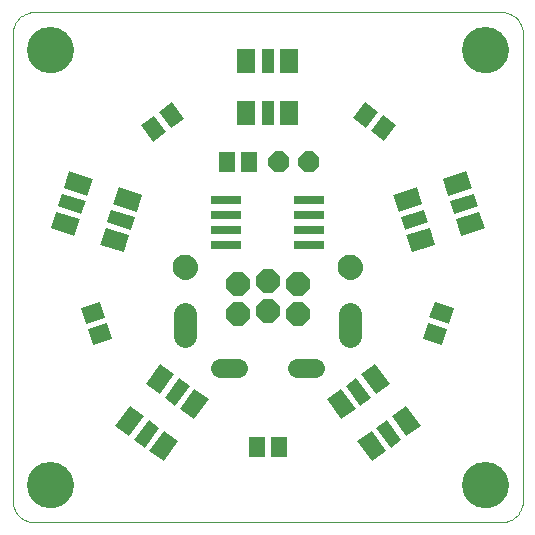
<source format=gts>
G75*
G70*
%OFA0B0*%
%FSLAX24Y24*%
%IPPOS*%
%LPD*%
%AMOC8*
5,1,8,0,0,1.08239X$1,22.5*
%
%ADD10C,0.0000*%
%ADD11C,0.0827*%
%ADD12C,0.1535*%
%ADD13R,0.0552X0.0670*%
%ADD14C,0.0780*%
%ADD15OC8,0.0700*%
%ADD16R,0.1040X0.0280*%
%ADD17OC8,0.0780*%
%ADD18C,0.0640*%
%ADD19R,0.0591X0.0827*%
%ADD20R,0.0434X0.0827*%
%ADD21R,0.0827X0.0591*%
%ADD22R,0.0827X0.0434*%
D10*
X000150Y000857D02*
X000150Y016443D01*
X000152Y016493D01*
X000157Y016544D01*
X000166Y016593D01*
X000179Y016642D01*
X000195Y016690D01*
X000214Y016737D01*
X000236Y016782D01*
X000262Y016825D01*
X000291Y016867D01*
X000323Y016906D01*
X000357Y016943D01*
X000394Y016977D01*
X000433Y017009D01*
X000475Y017038D01*
X000518Y017064D01*
X000563Y017086D01*
X000610Y017105D01*
X000658Y017121D01*
X000707Y017134D01*
X000756Y017143D01*
X000807Y017148D01*
X000857Y017150D01*
X016443Y017150D01*
X016493Y017148D01*
X016544Y017143D01*
X016593Y017134D01*
X016642Y017121D01*
X016690Y017105D01*
X016737Y017086D01*
X016782Y017064D01*
X016825Y017038D01*
X016867Y017009D01*
X016906Y016977D01*
X016943Y016943D01*
X016977Y016906D01*
X017009Y016867D01*
X017038Y016825D01*
X017064Y016782D01*
X017086Y016737D01*
X017105Y016690D01*
X017121Y016642D01*
X017134Y016593D01*
X017143Y016544D01*
X017148Y016493D01*
X017150Y016443D01*
X017150Y000857D01*
X017148Y000807D01*
X017143Y000756D01*
X017134Y000707D01*
X017121Y000658D01*
X017105Y000610D01*
X017086Y000563D01*
X017064Y000518D01*
X017038Y000475D01*
X017009Y000433D01*
X016977Y000394D01*
X016943Y000357D01*
X016906Y000323D01*
X016867Y000291D01*
X016825Y000262D01*
X016782Y000236D01*
X016737Y000214D01*
X016690Y000195D01*
X016642Y000179D01*
X016593Y000166D01*
X016544Y000157D01*
X016493Y000152D01*
X016443Y000150D01*
X000857Y000150D01*
X000807Y000152D01*
X000756Y000157D01*
X000707Y000166D01*
X000658Y000179D01*
X000610Y000195D01*
X000563Y000214D01*
X000518Y000236D01*
X000475Y000262D01*
X000433Y000291D01*
X000394Y000323D01*
X000357Y000357D01*
X000323Y000394D01*
X000291Y000433D01*
X000262Y000475D01*
X000236Y000518D01*
X000214Y000563D01*
X000195Y000610D01*
X000179Y000658D01*
X000166Y000707D01*
X000157Y000756D01*
X000152Y000807D01*
X000150Y000857D01*
X000652Y001400D02*
X000654Y001455D01*
X000660Y001509D01*
X000670Y001563D01*
X000684Y001615D01*
X000701Y001667D01*
X000723Y001717D01*
X000748Y001766D01*
X000776Y001813D01*
X000808Y001857D01*
X000843Y001899D01*
X000881Y001938D01*
X000922Y001975D01*
X000965Y002008D01*
X001010Y002038D01*
X001058Y002065D01*
X001107Y002088D01*
X001158Y002108D01*
X001211Y002124D01*
X001264Y002136D01*
X001318Y002144D01*
X001373Y002148D01*
X001427Y002148D01*
X001482Y002144D01*
X001536Y002136D01*
X001589Y002124D01*
X001642Y002108D01*
X001693Y002088D01*
X001742Y002065D01*
X001790Y002038D01*
X001835Y002008D01*
X001878Y001975D01*
X001919Y001938D01*
X001957Y001899D01*
X001992Y001857D01*
X002024Y001813D01*
X002052Y001766D01*
X002077Y001717D01*
X002099Y001667D01*
X002116Y001615D01*
X002130Y001563D01*
X002140Y001509D01*
X002146Y001455D01*
X002148Y001400D01*
X002146Y001345D01*
X002140Y001291D01*
X002130Y001237D01*
X002116Y001185D01*
X002099Y001133D01*
X002077Y001083D01*
X002052Y001034D01*
X002024Y000987D01*
X001992Y000943D01*
X001957Y000901D01*
X001919Y000862D01*
X001878Y000825D01*
X001835Y000792D01*
X001790Y000762D01*
X001742Y000735D01*
X001693Y000712D01*
X001642Y000692D01*
X001589Y000676D01*
X001536Y000664D01*
X001482Y000656D01*
X001427Y000652D01*
X001373Y000652D01*
X001318Y000656D01*
X001264Y000664D01*
X001211Y000676D01*
X001158Y000692D01*
X001107Y000712D01*
X001058Y000735D01*
X001010Y000762D01*
X000965Y000792D01*
X000922Y000825D01*
X000881Y000862D01*
X000843Y000901D01*
X000808Y000943D01*
X000776Y000987D01*
X000748Y001034D01*
X000723Y001083D01*
X000701Y001133D01*
X000684Y001185D01*
X000670Y001237D01*
X000660Y001291D01*
X000654Y001345D01*
X000652Y001400D01*
X005506Y008650D02*
X005508Y008689D01*
X005514Y008728D01*
X005524Y008766D01*
X005537Y008803D01*
X005554Y008838D01*
X005574Y008872D01*
X005598Y008903D01*
X005625Y008932D01*
X005654Y008958D01*
X005686Y008981D01*
X005720Y009001D01*
X005756Y009017D01*
X005793Y009029D01*
X005832Y009038D01*
X005871Y009043D01*
X005910Y009044D01*
X005949Y009041D01*
X005988Y009034D01*
X006025Y009023D01*
X006062Y009009D01*
X006097Y008991D01*
X006130Y008970D01*
X006161Y008945D01*
X006189Y008918D01*
X006214Y008888D01*
X006236Y008855D01*
X006255Y008821D01*
X006270Y008785D01*
X006282Y008747D01*
X006290Y008709D01*
X006294Y008670D01*
X006294Y008630D01*
X006290Y008591D01*
X006282Y008553D01*
X006270Y008515D01*
X006255Y008479D01*
X006236Y008445D01*
X006214Y008412D01*
X006189Y008382D01*
X006161Y008355D01*
X006130Y008330D01*
X006097Y008309D01*
X006062Y008291D01*
X006025Y008277D01*
X005988Y008266D01*
X005949Y008259D01*
X005910Y008256D01*
X005871Y008257D01*
X005832Y008262D01*
X005793Y008271D01*
X005756Y008283D01*
X005720Y008299D01*
X005686Y008319D01*
X005654Y008342D01*
X005625Y008368D01*
X005598Y008397D01*
X005574Y008428D01*
X005554Y008462D01*
X005537Y008497D01*
X005524Y008534D01*
X005514Y008572D01*
X005508Y008611D01*
X005506Y008650D01*
X011006Y008650D02*
X011008Y008689D01*
X011014Y008728D01*
X011024Y008766D01*
X011037Y008803D01*
X011054Y008838D01*
X011074Y008872D01*
X011098Y008903D01*
X011125Y008932D01*
X011154Y008958D01*
X011186Y008981D01*
X011220Y009001D01*
X011256Y009017D01*
X011293Y009029D01*
X011332Y009038D01*
X011371Y009043D01*
X011410Y009044D01*
X011449Y009041D01*
X011488Y009034D01*
X011525Y009023D01*
X011562Y009009D01*
X011597Y008991D01*
X011630Y008970D01*
X011661Y008945D01*
X011689Y008918D01*
X011714Y008888D01*
X011736Y008855D01*
X011755Y008821D01*
X011770Y008785D01*
X011782Y008747D01*
X011790Y008709D01*
X011794Y008670D01*
X011794Y008630D01*
X011790Y008591D01*
X011782Y008553D01*
X011770Y008515D01*
X011755Y008479D01*
X011736Y008445D01*
X011714Y008412D01*
X011689Y008382D01*
X011661Y008355D01*
X011630Y008330D01*
X011597Y008309D01*
X011562Y008291D01*
X011525Y008277D01*
X011488Y008266D01*
X011449Y008259D01*
X011410Y008256D01*
X011371Y008257D01*
X011332Y008262D01*
X011293Y008271D01*
X011256Y008283D01*
X011220Y008299D01*
X011186Y008319D01*
X011154Y008342D01*
X011125Y008368D01*
X011098Y008397D01*
X011074Y008428D01*
X011054Y008462D01*
X011037Y008497D01*
X011024Y008534D01*
X011014Y008572D01*
X011008Y008611D01*
X011006Y008650D01*
X015152Y015900D02*
X015154Y015955D01*
X015160Y016009D01*
X015170Y016063D01*
X015184Y016115D01*
X015201Y016167D01*
X015223Y016217D01*
X015248Y016266D01*
X015276Y016313D01*
X015308Y016357D01*
X015343Y016399D01*
X015381Y016438D01*
X015422Y016475D01*
X015465Y016508D01*
X015510Y016538D01*
X015558Y016565D01*
X015607Y016588D01*
X015658Y016608D01*
X015711Y016624D01*
X015764Y016636D01*
X015818Y016644D01*
X015873Y016648D01*
X015927Y016648D01*
X015982Y016644D01*
X016036Y016636D01*
X016089Y016624D01*
X016142Y016608D01*
X016193Y016588D01*
X016242Y016565D01*
X016290Y016538D01*
X016335Y016508D01*
X016378Y016475D01*
X016419Y016438D01*
X016457Y016399D01*
X016492Y016357D01*
X016524Y016313D01*
X016552Y016266D01*
X016577Y016217D01*
X016599Y016167D01*
X016616Y016115D01*
X016630Y016063D01*
X016640Y016009D01*
X016646Y015955D01*
X016648Y015900D01*
X016646Y015845D01*
X016640Y015791D01*
X016630Y015737D01*
X016616Y015685D01*
X016599Y015633D01*
X016577Y015583D01*
X016552Y015534D01*
X016524Y015487D01*
X016492Y015443D01*
X016457Y015401D01*
X016419Y015362D01*
X016378Y015325D01*
X016335Y015292D01*
X016290Y015262D01*
X016242Y015235D01*
X016193Y015212D01*
X016142Y015192D01*
X016089Y015176D01*
X016036Y015164D01*
X015982Y015156D01*
X015927Y015152D01*
X015873Y015152D01*
X015818Y015156D01*
X015764Y015164D01*
X015711Y015176D01*
X015658Y015192D01*
X015607Y015212D01*
X015558Y015235D01*
X015510Y015262D01*
X015465Y015292D01*
X015422Y015325D01*
X015381Y015362D01*
X015343Y015401D01*
X015308Y015443D01*
X015276Y015487D01*
X015248Y015534D01*
X015223Y015583D01*
X015201Y015633D01*
X015184Y015685D01*
X015170Y015737D01*
X015160Y015791D01*
X015154Y015845D01*
X015152Y015900D01*
X000652Y015900D02*
X000654Y015955D01*
X000660Y016009D01*
X000670Y016063D01*
X000684Y016115D01*
X000701Y016167D01*
X000723Y016217D01*
X000748Y016266D01*
X000776Y016313D01*
X000808Y016357D01*
X000843Y016399D01*
X000881Y016438D01*
X000922Y016475D01*
X000965Y016508D01*
X001010Y016538D01*
X001058Y016565D01*
X001107Y016588D01*
X001158Y016608D01*
X001211Y016624D01*
X001264Y016636D01*
X001318Y016644D01*
X001373Y016648D01*
X001427Y016648D01*
X001482Y016644D01*
X001536Y016636D01*
X001589Y016624D01*
X001642Y016608D01*
X001693Y016588D01*
X001742Y016565D01*
X001790Y016538D01*
X001835Y016508D01*
X001878Y016475D01*
X001919Y016438D01*
X001957Y016399D01*
X001992Y016357D01*
X002024Y016313D01*
X002052Y016266D01*
X002077Y016217D01*
X002099Y016167D01*
X002116Y016115D01*
X002130Y016063D01*
X002140Y016009D01*
X002146Y015955D01*
X002148Y015900D01*
X002146Y015845D01*
X002140Y015791D01*
X002130Y015737D01*
X002116Y015685D01*
X002099Y015633D01*
X002077Y015583D01*
X002052Y015534D01*
X002024Y015487D01*
X001992Y015443D01*
X001957Y015401D01*
X001919Y015362D01*
X001878Y015325D01*
X001835Y015292D01*
X001790Y015262D01*
X001742Y015235D01*
X001693Y015212D01*
X001642Y015192D01*
X001589Y015176D01*
X001536Y015164D01*
X001482Y015156D01*
X001427Y015152D01*
X001373Y015152D01*
X001318Y015156D01*
X001264Y015164D01*
X001211Y015176D01*
X001158Y015192D01*
X001107Y015212D01*
X001058Y015235D01*
X001010Y015262D01*
X000965Y015292D01*
X000922Y015325D01*
X000881Y015362D01*
X000843Y015401D01*
X000808Y015443D01*
X000776Y015487D01*
X000748Y015534D01*
X000723Y015583D01*
X000701Y015633D01*
X000684Y015685D01*
X000670Y015737D01*
X000660Y015791D01*
X000654Y015845D01*
X000652Y015900D01*
X015152Y001400D02*
X015154Y001455D01*
X015160Y001509D01*
X015170Y001563D01*
X015184Y001615D01*
X015201Y001667D01*
X015223Y001717D01*
X015248Y001766D01*
X015276Y001813D01*
X015308Y001857D01*
X015343Y001899D01*
X015381Y001938D01*
X015422Y001975D01*
X015465Y002008D01*
X015510Y002038D01*
X015558Y002065D01*
X015607Y002088D01*
X015658Y002108D01*
X015711Y002124D01*
X015764Y002136D01*
X015818Y002144D01*
X015873Y002148D01*
X015927Y002148D01*
X015982Y002144D01*
X016036Y002136D01*
X016089Y002124D01*
X016142Y002108D01*
X016193Y002088D01*
X016242Y002065D01*
X016290Y002038D01*
X016335Y002008D01*
X016378Y001975D01*
X016419Y001938D01*
X016457Y001899D01*
X016492Y001857D01*
X016524Y001813D01*
X016552Y001766D01*
X016577Y001717D01*
X016599Y001667D01*
X016616Y001615D01*
X016630Y001563D01*
X016640Y001509D01*
X016646Y001455D01*
X016648Y001400D01*
X016646Y001345D01*
X016640Y001291D01*
X016630Y001237D01*
X016616Y001185D01*
X016599Y001133D01*
X016577Y001083D01*
X016552Y001034D01*
X016524Y000987D01*
X016492Y000943D01*
X016457Y000901D01*
X016419Y000862D01*
X016378Y000825D01*
X016335Y000792D01*
X016290Y000762D01*
X016242Y000735D01*
X016193Y000712D01*
X016142Y000692D01*
X016089Y000676D01*
X016036Y000664D01*
X015982Y000656D01*
X015927Y000652D01*
X015873Y000652D01*
X015818Y000656D01*
X015764Y000664D01*
X015711Y000676D01*
X015658Y000692D01*
X015607Y000712D01*
X015558Y000735D01*
X015510Y000762D01*
X015465Y000792D01*
X015422Y000825D01*
X015381Y000862D01*
X015343Y000901D01*
X015308Y000943D01*
X015276Y000987D01*
X015248Y001034D01*
X015223Y001083D01*
X015201Y001133D01*
X015184Y001185D01*
X015170Y001237D01*
X015160Y001291D01*
X015154Y001345D01*
X015152Y001400D01*
D11*
X011400Y008650D03*
X005900Y008650D03*
D12*
X001400Y015900D03*
X001400Y001400D03*
X015900Y001400D03*
X015900Y015900D03*
D13*
G36*
X012538Y012851D02*
X012092Y013176D01*
X012486Y013717D01*
X012932Y013392D01*
X012538Y012851D01*
G37*
G36*
X011933Y013291D02*
X011487Y013616D01*
X011881Y014157D01*
X012327Y013832D01*
X011933Y013291D01*
G37*
X008024Y012150D03*
X007276Y012150D03*
G36*
X005860Y013605D02*
X005414Y013280D01*
X005020Y013821D01*
X005466Y014146D01*
X005860Y013605D01*
G37*
G36*
X005255Y013165D02*
X004809Y012840D01*
X004415Y013381D01*
X004861Y013706D01*
X005255Y013165D01*
G37*
G36*
X003053Y007495D02*
X003223Y006971D01*
X002587Y006763D01*
X002417Y007287D01*
X003053Y007495D01*
G37*
G36*
X003285Y006784D02*
X003455Y006260D01*
X002819Y006052D01*
X002649Y006576D01*
X003285Y006784D01*
G37*
X008288Y002650D03*
X009037Y002650D03*
G36*
X014616Y006583D02*
X014446Y006059D01*
X013810Y006267D01*
X013980Y006791D01*
X014616Y006583D01*
G37*
G36*
X014847Y007294D02*
X014677Y006770D01*
X014041Y006978D01*
X014211Y007502D01*
X014847Y007294D01*
G37*
D14*
X011400Y007088D02*
X011400Y006348D01*
X005900Y006348D02*
X005900Y007088D01*
D15*
X009025Y012150D03*
X010025Y012150D03*
D16*
X010035Y010900D03*
X010035Y010400D03*
X010035Y009900D03*
X010035Y009400D03*
X007255Y009400D03*
X007255Y009900D03*
X007255Y010400D03*
X007255Y010900D03*
D17*
X008650Y008200D03*
X009650Y008100D03*
X009650Y007100D03*
X008650Y007200D03*
X007650Y007100D03*
X007650Y008100D03*
D18*
X007670Y005275D02*
X007070Y005275D01*
X009630Y005275D02*
X010230Y005275D01*
D19*
X009359Y013784D03*
X007941Y013784D03*
X007941Y015516D03*
X009359Y015516D03*
D20*
X008650Y015516D03*
X008650Y013784D03*
D21*
G36*
X013800Y010754D02*
X013016Y010498D01*
X012834Y011058D01*
X013618Y011314D01*
X013800Y010754D01*
G37*
G36*
X014238Y009406D02*
X013454Y009150D01*
X013272Y009710D01*
X014056Y009966D01*
X014238Y009406D01*
G37*
G36*
X015886Y009942D02*
X015102Y009686D01*
X014920Y010246D01*
X015704Y010502D01*
X015886Y009942D01*
G37*
G36*
X015448Y011290D02*
X014664Y011034D01*
X014482Y011594D01*
X015266Y011850D01*
X015448Y011290D01*
G37*
G36*
X012248Y004410D02*
X011763Y005077D01*
X012240Y005424D01*
X012725Y004757D01*
X012248Y004410D01*
G37*
G36*
X011102Y003577D02*
X010617Y004244D01*
X011094Y004591D01*
X011579Y003924D01*
X011102Y003577D01*
G37*
G36*
X012120Y002176D02*
X011635Y002843D01*
X012112Y003190D01*
X012597Y002523D01*
X012120Y002176D01*
G37*
G36*
X013266Y003009D02*
X012781Y003676D01*
X013258Y004023D01*
X013743Y003356D01*
X013266Y003009D01*
G37*
G36*
X005721Y003924D02*
X006206Y004591D01*
X006683Y004244D01*
X006198Y003577D01*
X005721Y003924D01*
G37*
G36*
X004575Y004757D02*
X005060Y005424D01*
X005537Y005077D01*
X005052Y004410D01*
X004575Y004757D01*
G37*
G36*
X003557Y003356D02*
X004042Y004023D01*
X004519Y003676D01*
X004034Y003009D01*
X003557Y003356D01*
G37*
G36*
X004703Y002523D02*
X005188Y003190D01*
X005665Y002843D01*
X005180Y002176D01*
X004703Y002523D01*
G37*
G36*
X003244Y009966D02*
X004028Y009710D01*
X003846Y009150D01*
X003062Y009406D01*
X003244Y009966D01*
G37*
G36*
X003682Y011314D02*
X004466Y011058D01*
X004284Y010498D01*
X003500Y010754D01*
X003682Y011314D01*
G37*
G36*
X002034Y011850D02*
X002818Y011594D01*
X002636Y011034D01*
X001852Y011290D01*
X002034Y011850D01*
G37*
G36*
X001596Y010502D02*
X002380Y010246D01*
X002198Y009686D01*
X001414Y009942D01*
X001596Y010502D01*
G37*
D22*
G36*
X001791Y011102D02*
X002575Y010846D01*
X002441Y010434D01*
X001657Y010690D01*
X001791Y011102D01*
G37*
G36*
X003439Y010566D02*
X004223Y010310D01*
X004089Y009898D01*
X003305Y010154D01*
X003439Y010566D01*
G37*
G36*
X005211Y004295D02*
X005696Y004962D01*
X006047Y004707D01*
X005562Y004040D01*
X005211Y004295D01*
G37*
G36*
X004193Y002893D02*
X004678Y003560D01*
X005029Y003305D01*
X004544Y002638D01*
X004193Y002893D01*
G37*
G36*
X011738Y004040D02*
X011253Y004707D01*
X011604Y004962D01*
X012089Y004295D01*
X011738Y004040D01*
G37*
G36*
X012756Y002638D02*
X012271Y003305D01*
X012622Y003560D01*
X013107Y002893D01*
X012756Y002638D01*
G37*
G36*
X013995Y010154D02*
X013211Y009898D01*
X013077Y010310D01*
X013861Y010566D01*
X013995Y010154D01*
G37*
G36*
X015643Y010690D02*
X014859Y010434D01*
X014725Y010846D01*
X015509Y011102D01*
X015643Y010690D01*
G37*
M02*

</source>
